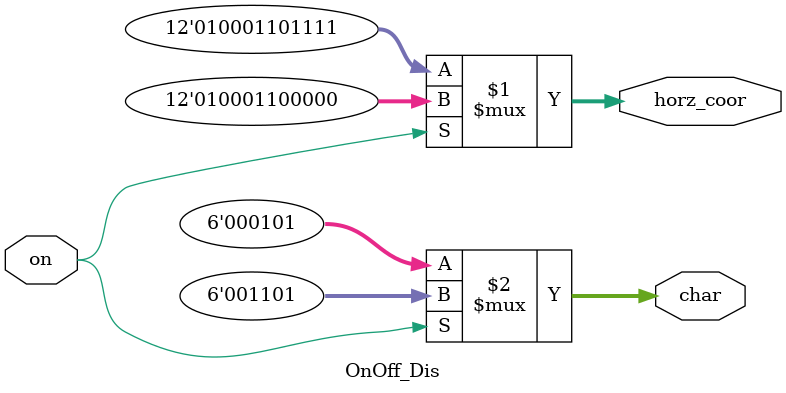
<source format=v>
`timescale 1ns / 1ps


module OnOff_Dis(
    input on,
    
    output [11:0] horz_coor,
    output [5:0] char
    );
    
    assign horz_coor = on ? 12'd1120 : 12'd1135;
    assign char = on ? 6'b1101 : 6'b101;
    
endmodule

</source>
